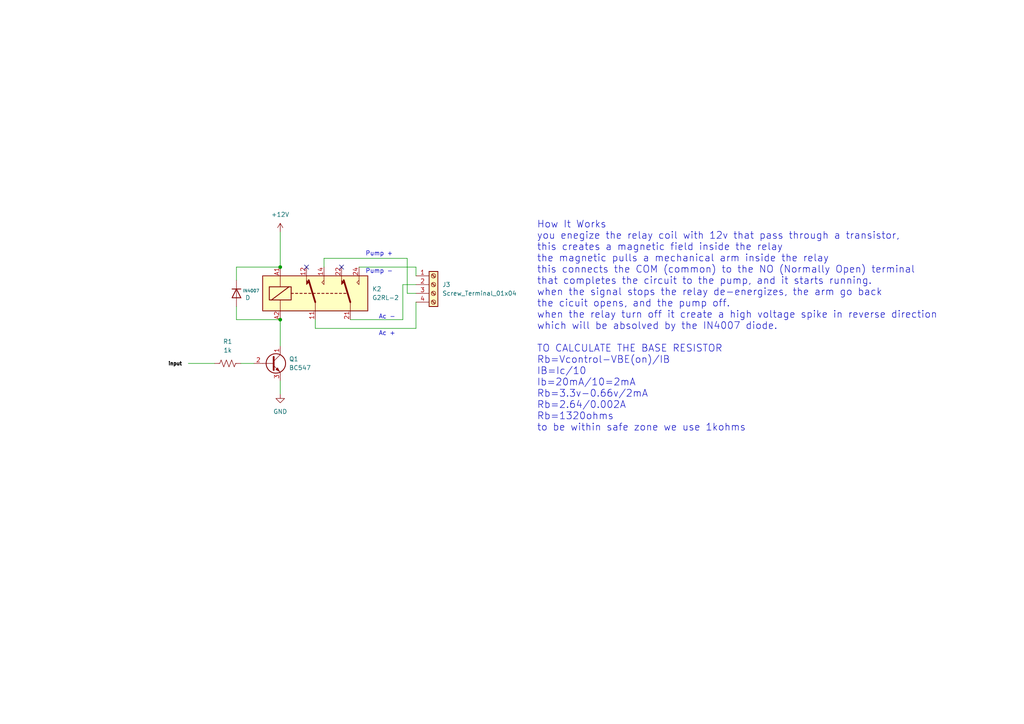
<source format=kicad_sch>
(kicad_sch (version 20250114) (generator "eeschema") (generator_version "9.0")
  (paper "A4")
  (lib_symbols
    (symbol "Connector:Screw_Terminal_01x04" (pin_names (offset 1.016) (hide yes))
      (property "Reference" "J" (at 0 5.08 0))
      (property "Value" "Screw_Terminal_01x04" (at 0 -7.62 0))
      (symbol "Screw_Terminal_01x04_1_1"
        (rectangle (start -1.27 3.81) (end 1.27 -6.35) (stroke (width 0.254)) (fill (type background)))
        (polyline (pts (xy -0.5334 2.8702) (xy 0.3302 2.032)) (stroke (width 0.1524)))
        (polyline (pts (xy -0.5334 0.3302) (xy 0.3302 -0.508)) (stroke (width 0.1524)))
        (polyline (pts (xy -0.5334 -2.2098) (xy 0.3302 -3.048)) (stroke (width 0.1524)))
        (polyline (pts (xy -0.5334 -4.7498) (xy 0.3302 -5.588)) (stroke (width 0.1524)))
        (polyline (pts (xy -0.3556 3.048) (xy 0.508 2.2098)) (stroke (width 0.1524)))
        (polyline (pts (xy -0.3556 0.508) (xy 0.508 -0.3302)) (stroke (width 0.1524)))
        (polyline (pts (xy -0.3556 -2.032) (xy 0.508 -2.8702)) (stroke (width 0.1524)))
        (polyline (pts (xy -0.3556 -4.572) (xy 0.508 -5.4102)) (stroke (width 0.1524)))
        (circle (center 0 2.54) (radius 0.635) (stroke (width 0.1524)))
        (circle (center 0 0) (radius 0.635) (stroke (width 0.1524)))
        (circle (center 0 -2.54) (radius 0.635) (stroke (width 0.1524)))
        (circle (center 0 -5.08) (radius 0.635) (stroke (width 0.1524)))
        (pin passive line (at -5.08 2.54 0) (length 3.81) (name "Pin_1") (number "1"))
        (pin passive line (at -5.08 0 0) (length 3.81) (name "Pin_2") (number "2"))
        (pin passive line (at -5.08 -2.54 0) (length 3.81) (name "Pin_3") (number "3"))
        (pin passive line (at -5.08 -5.08 0) (length 3.81) (name "Pin_4") (number "4"))
      )
    )
    (symbol "Device:D" (pin_numbers (hide yes)) (pin_names (offset 1.016) (hide yes))
      (property "Reference" "D" (at 0 2.54 0))
      (property "Value" "D" (at 0 -2.54 0))
      (symbol "D_0_1"
        (polyline (pts (xy -1.27 1.27) (xy -1.27 -1.27)) (stroke (width 0.254)))
        (polyline (pts (xy 1.27 1.27) (xy 1.27 -1.27) (xy -1.27 0) (xy 1.27 1.27)) (stroke (width 0.254)))
        (polyline (pts (xy 1.27 0) (xy -1.27 0)))
      )
      (symbol "D_1_1"
        (pin passive line (at -3.81 0 0) (length 2.54) (name "K") (number "1"))
        (pin passive line (at 3.81 0 180) (length 2.54) (name "A") (number "2"))
      )
    )
    (symbol "Device:R_US" (pin_numbers (hide yes)) (pin_names (offset 0))
      (property "Reference" "R" (at 2.54 0 90))
      (property "Value" "R_US" (at -2.54 0 90))
      (symbol "R_US_0_1"
        (polyline (pts (xy 0 2.286) (xy 0 2.54)))
        (polyline (pts (xy 0 2.286) (xy 1.016 1.905) (xy 0 1.524) (xy -1.016 1.143) (xy 0 0.762)))
        (polyline (pts (xy 0 0.762) (xy 1.016 0.381) (xy 0 0) (xy -1.016 -0.381) (xy 0 -0.762)))
        (polyline (pts (xy 0 -0.762) (xy 1.016 -1.143) (xy 0 -1.524) (xy -1.016 -1.905) (xy 0 -2.286)))
        (polyline (pts (xy 0 -2.286) (xy 0 -2.54)))
      )
      (symbol "R_US_1_1"
        (pin passive line (at 0 3.81 270) (length 1.27) (name "~") (number "1"))
        (pin passive line (at 0 -3.81 90) (length 1.27) (name "~") (number "2"))
      )
    )
    (symbol "Relay:G2RL-2"
      (property "Reference" "K" (at 16.51 3.81 0))
      (property "Value" "G2RL-2" (at 16.51 1.27 0))
      (symbol "G2RL-2_0_1"
        (rectangle (start -15.24 5.08) (end 15.24 -5.08) (stroke (width 0.254)) (fill (type background)))
        (rectangle (start -13.335 1.905) (end -6.985 -1.905) (stroke (width 0.254)))
        (polyline (pts (xy -12.7 -1.905) (xy -7.62 1.905)) (stroke (width 0.254)))
        (polyline (pts (xy -10.16 5.08) (xy -10.16 1.905)))
        (polyline (pts (xy -10.16 -5.08) (xy -10.16 -1.905)))
        (polyline (pts (xy -6.985 0) (xy -6.35 0)) (stroke (width 0.254)))
        (polyline (pts (xy -5.715 0) (xy -5.08 0)) (stroke (width 0.254)))
        (polyline (pts (xy -4.445 0) (xy -3.81 0)) (stroke (width 0.254)))
        (polyline (pts (xy -3.175 0) (xy -2.54 0)) (stroke (width 0.254)))
        (polyline (pts (xy -2.54 5.08) (xy -2.54 2.54) (xy -1.905 3.175) (xy -2.54 3.81)) (fill (type outline)))
        (polyline (pts (xy -1.905 0) (xy -1.27 0)) (stroke (width 0.254)))
        (polyline (pts (xy -0.635 0) (xy 0 0)) (stroke (width 0.254)))
        (polyline (pts (xy 0 -2.54) (xy -1.905 3.81)) (stroke (width 0.508)))
        (polyline (pts (xy 0 -2.54) (xy 0 -5.08)))
        (polyline (pts (xy 0.635 0) (xy 1.27 0)) (stroke (width 0.254)))
        (polyline (pts (xy 1.905 0) (xy 2.54 0)) (stroke (width 0.254)))
        (polyline (pts (xy 2.54 5.08) (xy 2.54 2.54) (xy 1.905 3.175) (xy 2.54 3.81)))
        (polyline (pts (xy 3.175 0) (xy 3.81 0)) (stroke (width 0.254)))
        (polyline (pts (xy 4.445 0) (xy 5.08 0)) (stroke (width 0.254)))
        (polyline (pts (xy 5.715 0) (xy 6.35 0)) (stroke (width 0.254)))
        (polyline (pts (xy 6.985 0) (xy 7.62 0)) (stroke (width 0.254)))
        (polyline (pts (xy 7.62 5.08) (xy 7.62 2.54) (xy 8.255 3.175) (xy 7.62 3.81)) (fill (type outline)))
        (polyline (pts (xy 8.255 0) (xy 8.89 0)) (stroke (width 0.254)))
        (polyline (pts (xy 10.16 -2.54) (xy 8.255 3.81)) (stroke (width 0.508)))
        (polyline (pts (xy 10.16 -2.54) (xy 10.16 -5.08)))
        (polyline (pts (xy 12.7 5.08) (xy 12.7 2.54) (xy 12.065 3.175) (xy 12.7 3.81)))
      )
      (symbol "G2RL-2_1_1"
        (pin passive line (at -10.16 7.62 270) (length 2.54) (name "~") (number "A1"))
        (pin passive line (at -10.16 -7.62 90) (length 2.54) (name "~") (number "A2"))
        (pin passive line (at -2.54 7.62 270) (length 2.54) (name "~") (number "12"))
        (pin passive line (at 0 -7.62 90) (length 2.54) (name "~") (number "11"))
        (pin passive line (at 2.54 7.62 270) (length 2.54) (name "~") (number "14"))
        (pin passive line (at 7.62 7.62 270) (length 2.54) (name "~") (number "22"))
        (pin passive line (at 10.16 -7.62 90) (length 2.54) (name "~") (number "21"))
        (pin passive line (at 12.7 7.62 270) (length 2.54) (name "~") (number "24"))
      )
    )
    (symbol "Transistor_BJT:BC547" (pin_names (offset 0) (hide yes))
      (property "Reference" "Q" (at 5.08 1.905 0))
      (property "Value" "BC547" (at 5.08 0 0))
      (symbol "BC547_0_1"
        (polyline (pts (xy -2.54 0) (xy 0.635 0)))
        (polyline (pts (xy 0.635 1.905) (xy 0.635 -1.905)) (stroke (width 0.508)))
        (circle (center 1.27 0) (radius 2.8194) (stroke (width 0.254)))
      )
      (symbol "BC547_1_1"
        (polyline (pts (xy 0.635 0.635) (xy 2.54 2.54)))
        (polyline (pts (xy 0.635 -0.635) (xy 2.54 -2.54)))
        (polyline (pts (xy 1.27 -1.778) (xy 1.778 -1.27) (xy 2.286 -2.286) (xy 1.27 -1.778)) (fill (type outline)))
        (pin input line (at -5.08 0 0) (length 2.54) (name "B") (number "2"))
        (pin passive line (at 2.54 5.08 270) (length 2.54) (name "C") (number "1"))
        (pin passive line (at 2.54 -5.08 90) (length 2.54) (name "E") (number "3"))
      )
    )
    (symbol "power:+12V" (power) (pin_numbers (hide yes)) (pin_names (offset 0) (hide yes))
      (property "Value" "+12V" (at 0 3.556 0))
      (symbol "+12V_0_1"
        (polyline (pts (xy -0.762 1.27) (xy 0 2.54)))
        (polyline (pts (xy 0 2.54) (xy 0.762 1.27)))
        (polyline (pts (xy 0 0) (xy 0 2.54)))
      )
      (symbol "+12V_1_1"
        (pin power_in line (at 0 0 90) (length 0) (name "~") (number "1"))
      )
    )
    (symbol "power:GND" (power) (pin_numbers (hide yes)) (pin_names (offset 0) (hide yes))
      (property "Value" "GND" (at 0 -3.81 0))
      (symbol "GND_0_1"
        (polyline (pts (xy 0 0) (xy 0 -1.27) (xy 1.27 -1.27) (xy 0 -2.54) (xy -1.27 -1.27) (xy 0 -1.27)))
      )
      (symbol "GND_1_1"
        (pin power_in line (at 0 0 270) (length 0) (name "~") (number "1"))
      )
    )
  )
  (text "Pump -" (at 109.982 78.74 0) (effects (font (size 1.27 1.27))))
  (text "Ac -" (at 112.268 91.948 0) (effects (font (size 1.27 1.27))))
  (text "Pump +" (at 109.982 73.66 0) (effects (font (size 1.27 1.27))))
  (text "input" (at 50.8 105.664 0) (effects (font (size 1.016 1.016) (thickness 0.4064) (bold yes))))
  (text "Ac +" (at 112.268 96.774 0) (effects (font (size 1.27 1.27))))
  (text "How It Works\nyou enegize the relay coil with 12v that pass through a transistor,\nthis creates a magnetic field inside the relay\nthe magnetic pulls a mechanical arm inside the relay\nthis connects the COM (common) to the NO (Normally Open) terminal\nthat completes the circuit to the pump, and it starts running.\nwhen the signal stops the relay de-energizes, the arm go back\nthe cicuit opens, and the pump off.\nwhen the relay turn off it create a high voltage spike in reverse direction\nwhich will be absolved by the IN4007 diode.\n\nTO CALCULATE THE BASE RESISTOR\nRb=Vcontrol-VBE(on)/IB\nIB=Ic/10\nIb=20mA/10=2mA\nRb=3.3v-0.66v/2mA\nRb=2.64/0.002A\nRb=1320ohms\nto be within safe zone we use 1kohms\n\n" (at 155.702 96.266 0) (effects (font (size 2.032 2.032)) (justify left)))
  (junction (at 81.28 77.47))
  (junction (at 81.28 92.71))
  (no_connect (at 88.9 77.47))
  (no_connect (at 99.06 77.47))
  (wire (pts (xy 104.14 77.47) (xy 120.65 77.47)))
  (wire (pts (xy 68.58 81.28) (xy 68.58 77.47)))
  (wire (pts (xy 68.58 88.9) (xy 68.58 92.71)))
  (wire (pts (xy 69.85 105.41) (xy 73.66 105.41)))
  (wire (pts (xy 93.98 74.93) (xy 118.11 74.93)))
  (wire (pts (xy 120.65 95.25) (xy 120.65 87.63)))
  (wire (pts (xy 101.6 92.71) (xy 116.84 92.71)))
  (wire (pts (xy 116.84 82.55) (xy 116.84 92.71)))
  (wire (pts (xy 93.98 77.47) (xy 93.98 74.93)))
  (wire (pts (xy 91.44 92.71) (xy 91.44 95.25)))
  (wire (pts (xy 118.11 74.93) (xy 118.11 85.09)))
  (wire (pts (xy 62.23 105.41) (xy 54.61 105.41)))
  (wire (pts (xy 68.58 92.71) (xy 81.28 92.71)))
  (wire (pts (xy 91.44 95.25) (xy 120.65 95.25)))
  (wire (pts (xy 118.11 85.09) (xy 120.65 85.09)))
  (wire (pts (xy 81.28 92.71) (xy 81.28 100.33)))
  (wire (pts (xy 81.28 67.31) (xy 81.28 77.47)))
  (wire (pts (xy 120.65 77.47) (xy 120.65 80.01)))
  (wire (pts (xy 68.58 77.47) (xy 81.28 77.47)))
  (wire (pts (xy 120.65 82.55) (xy 116.84 82.55)))
  (wire (pts (xy 81.28 110.49) (xy 81.28 114.3)))
  (symbol (lib_id "Device:D") (at 68.58 85.09 270) (unit 1)
    (property "Reference" "IN4007" (at 70.358 84.328 90) (effects (font (size 0.889 0.889)) (justify left)))
    (property "Value" "D" (at 71.12 86.3599 90) (effects (justify left)))
    (property "Description" "Diode" (effects (hide yes)))
    (property "Sim.Device" "D" (effects (hide yes)))
    (property "Sim.Pins" "1=K 2=A" (effects (hide yes)))
  )
  (symbol (lib_id "Transistor_BJT:BC547") (at 78.74 105.41 0) (unit 1)
    (property "Reference" "Q1" (at 83.82 104.1399 0) (effects (justify left)))
    (property "Value" "BC547" (at 83.82 106.6799 0) (effects (justify left)))
    (property "Footprint" "Package_TO_SOT_THT:TO-92_Inline" (effects (hide yes)))
    (property "Datasheet" "https://www.onsemi.com/pub/Collateral/BC550-D.pdf" (effects (hide yes)))
    (property "Description" "0.1A Ic, 45V Vce, Small Signal NPN Transistor, TO-92" (effects (hide yes)))
  )
  (symbol (lib_id "Relay:G2RL-2") (at 91.44 85.09 0) (unit 1)
    (property "Reference" "K2" (at 107.95 83.8199 0) (effects (justify left)))
    (property "Value" "G2RL-2" (at 107.95 86.3599 0) (effects (justify left)))
    (property "Footprint" "Relay_THT:Relay_DPDT_Omron_G2RL-2" (effects (hide yes)))
    (property "Datasheet" "https://www.mouser.com/datasheet/2/307/J117_E1-3440023.pdf" (effects (hide yes)))
    (property "Description" "General Purpose Low Profile Relay DPDT Through Hole, Omron G2RL series, 8A 250VAC" (effects (hide yes)))
  )
  (symbol (lib_id "power:GND") (at 81.28 114.3 0) (unit 1)
    (property "Reference" "#PWR02" (effects (hide yes)))
    (property "Value" "GND" (at 81.28 119.38 0))
    (property "Description" "Power symbol creates a global label with name \"GND\" , ground" (effects (hide yes)))
  )
  (symbol (lib_id "Device:R_US") (at 66.04 105.41 90) (unit 1)
    (property "Reference" "R1" (at 66.04 99.06 90))
    (property "Value" "1k" (at 66.04 101.6 90))
    (property "Description" "Resistor, US symbol" (effects (hide yes)))
  )
  (symbol (lib_id "power:+12V") (at 81.28 67.31 0) (unit 1)
    (property "Reference" "#PWR03" (effects (hide yes)))
    (property "Value" "+12V" (at 81.28 62.23 0))
    (property "Description" "Power symbol creates a global label with name \"+12V\"" (effects (hide yes)))
  )
  (symbol (lib_id "Connector:Screw_Terminal_01x04") (at 125.73 82.55 0) (unit 1)
    (property "Reference" "J3" (at 128.27 82.5499 0) (effects (justify left)))
    (property "Value" "Screw_Terminal_01x04" (at 128.27 85.0899 0) (effects (justify left)))
    (property "Description" "Generic screw terminal, single row, 01x04, script generated (kicad-library-utils/schlib/autogen/connector/)" (effects (hide yes)))
  )
)
</source>
